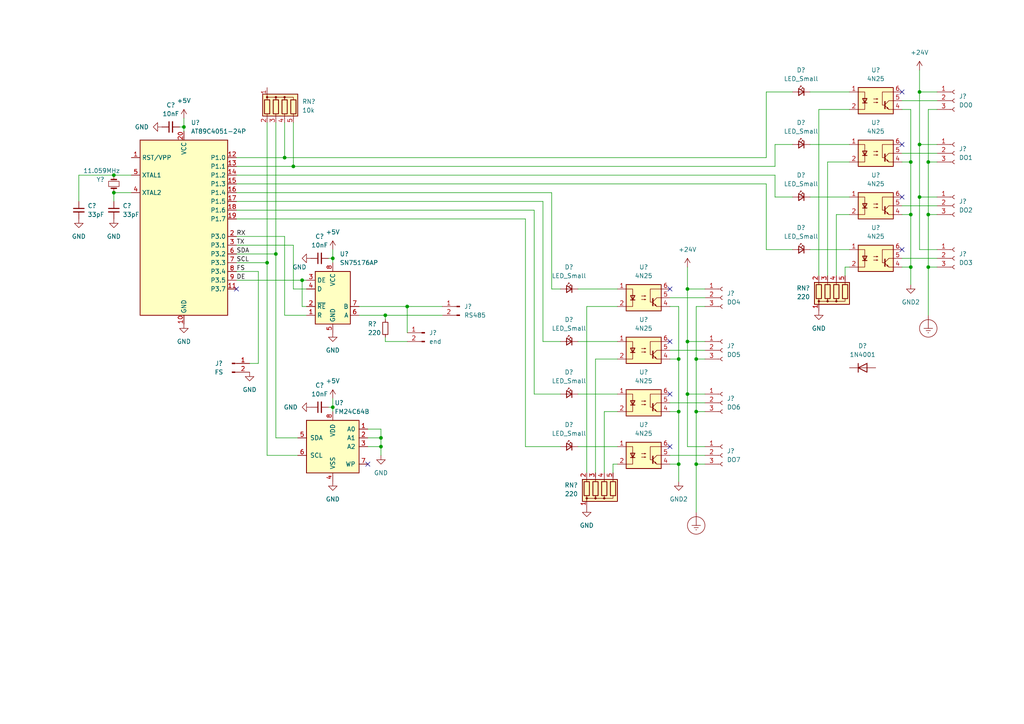
<source format=kicad_sch>
(kicad_sch (version 20211123) (generator eeschema)
  (paper "A4")
  (lib_symbols
    (symbol "Connector:Conn_01x02_Male" (pin_names (offset 1.016) hide)
      (property "Reference" "J" (at 0 2.54 0))
      (property "Value" "Conn_01x02_Male" (at 0 -5.08 0))
      (symbol "Conn_01x02_Male_1_1"
        (polyline (pts (xy 1.27 -2.54) (xy 0.8636 -2.54)) (stroke (width 0.1524)))
        (polyline (pts (xy 1.27 0) (xy 0.8636 0)) (stroke (width 0.1524)))
        (rectangle (start 0.8636 -2.413) (end 0 -2.667) (stroke (width 0.1524)) (fill (type outline)))
        (rectangle (start 0.8636 0.127) (end 0 -0.127) (stroke (width 0.1524)) (fill (type outline)))
        (pin passive line (at 5.08 0 180) (length 3.81) (name "Pin_1") (number "1"))
        (pin passive line (at 5.08 -2.54 180) (length 3.81) (name "Pin_2") (number "2"))
      )
    )
    (symbol "Connector:Conn_01x03_Female" (pin_names (offset 1.016) hide)
      (property "Reference" "J" (at 0 5.08 0))
      (property "Value" "Conn_01x03_Female" (at 0 -5.08 0))
      (symbol "Conn_01x03_Female_1_1"
        (arc (start 0 -2.032) (mid -0.508 -2.54) (end 0 -3.048) (stroke (width 0.1524)))
        (polyline (pts (xy -1.27 -2.54) (xy -0.508 -2.54)) (stroke (width 0.1524)))
        (polyline (pts (xy -1.27 0) (xy -0.508 0)) (stroke (width 0.1524)))
        (polyline (pts (xy -1.27 2.54) (xy -0.508 2.54)) (stroke (width 0.1524)))
        (arc (start 0 0.508) (mid -0.508 0) (end 0 -0.508) (stroke (width 0.1524)))
        (arc (start 0 3.048) (mid -0.508 2.54) (end 0 2.032) (stroke (width 0.1524)))
        (pin passive line (at -5.08 2.54 0) (length 3.81) (name "Pin_1") (number "1"))
        (pin passive line (at -5.08 0 0) (length 3.81) (name "Pin_2") (number "2"))
        (pin passive line (at -5.08 -2.54 0) (length 3.81) (name "Pin_3") (number "3"))
      )
    )
    (symbol "Device:C_Small" (pin_numbers hide) (pin_names (offset 0.254) hide)
      (property "Reference" "C" (at 0.254 1.778 0))
      (property "Value" "C_Small" (at 0.254 -2.032 0))
      (symbol "C_Small_0_1"
        (polyline (pts (xy -1.524 -0.508) (xy 1.524 -0.508)) (stroke (width 0.3302)))
        (polyline (pts (xy -1.524 0.508) (xy 1.524 0.508)) (stroke (width 0.3048)))
      )
      (symbol "C_Small_1_1"
        (pin passive line (at 0 2.54 270) (length 2.032) (name "~") (number "1"))
        (pin passive line (at 0 -2.54 90) (length 2.032) (name "~") (number "2"))
      )
    )
    (symbol "Device:Crystal_Small" (pin_numbers hide) (pin_names (offset 1.016) hide)
      (property "Reference" "Y" (at 0 2.54 0))
      (property "Value" "Crystal_Small" (at 0 -2.54 0))
      (symbol "Crystal_Small_0_1"
        (rectangle (start -0.762 -1.524) (end 0.762 1.524))
        (polyline (pts (xy -1.27 -0.762) (xy -1.27 0.762)) (stroke (width 0.381)))
        (polyline (pts (xy 1.27 -0.762) (xy 1.27 0.762)) (stroke (width 0.381)))
      )
      (symbol "Crystal_Small_1_1"
        (pin passive line (at -2.54 0 0) (length 1.27) (name "1") (number "1"))
        (pin passive line (at 2.54 0 180) (length 1.27) (name "2") (number "2"))
      )
    )
    (symbol "Device:LED_Small" (pin_numbers hide) (pin_names (offset 0.254) hide)
      (property "Reference" "D" (at -1.27 3.175 0))
      (property "Value" "LED_Small" (at -4.445 -2.54 0))
      (symbol "LED_Small_0_1"
        (polyline (pts (xy -0.762 -1.016) (xy -0.762 1.016)) (stroke (width 0.254)))
        (polyline (pts (xy 1.016 0) (xy -0.762 0)))
        (polyline (pts (xy 0.762 -1.016) (xy -0.762 0) (xy 0.762 1.016) (xy 0.762 -1.016)) (stroke (width 0.254)))
        (polyline (pts (xy 0 0.762) (xy -0.508 1.27) (xy -0.254 1.27) (xy -0.508 1.27) (xy -0.508 1.016)))
        (polyline (pts (xy 0.508 1.27) (xy 0 1.778) (xy 0.254 1.778) (xy 0 1.778) (xy 0 1.524)))
      )
      (symbol "LED_Small_1_1"
        (pin passive line (at -2.54 0 0) (length 1.778) (name "K") (number "1"))
        (pin passive line (at 2.54 0 180) (length 1.778) (name "A") (number "2"))
      )
    )
    (symbol "Device:R_Network04" (pin_names (offset 0) hide)
      (property "Reference" "RN" (at -7.62 0 90))
      (property "Value" "R_Network04" (at 5.08 0 90))
      (symbol "R_Network04_0_1"
        (rectangle (start -6.35 -3.175) (end 3.81 3.175) (stroke (width 0.254)) (fill (type background)))
        (rectangle (start -5.842 1.524) (end -4.318 -2.54) (stroke (width 0.254)))
        (circle (center -5.08 2.286) (radius 0.254) (fill (type outline)))
        (rectangle (start -3.302 1.524) (end -1.778 -2.54) (stroke (width 0.254)))
        (circle (center -2.54 2.286) (radius 0.254) (fill (type outline)))
        (rectangle (start -0.762 1.524) (end 0.762 -2.54) (stroke (width 0.254)))
        (polyline (pts (xy -5.08 -2.54) (xy -5.08 -3.81)))
        (polyline (pts (xy -2.54 -2.54) (xy -2.54 -3.81)))
        (polyline (pts (xy 0 -2.54) (xy 0 -3.81)))
        (polyline (pts (xy 2.54 -2.54) (xy 2.54 -3.81)))
        (polyline (pts (xy -5.08 1.524) (xy -5.08 2.286) (xy -2.54 2.286) (xy -2.54 1.524)))
        (polyline (pts (xy -2.54 1.524) (xy -2.54 2.286) (xy 0 2.286) (xy 0 1.524)))
        (polyline (pts (xy 0 1.524) (xy 0 2.286) (xy 2.54 2.286) (xy 2.54 1.524)))
        (circle (center 0 2.286) (radius 0.254) (fill (type outline)))
        (rectangle (start 1.778 1.524) (end 3.302 -2.54) (stroke (width 0.254)))
      )
      (symbol "R_Network04_1_1"
        (pin passive line (at -5.08 5.08 270) (length 2.54) (name "common") (number "1"))
        (pin passive line (at -5.08 -5.08 90) (length 1.27) (name "R1") (number "2"))
        (pin passive line (at -2.54 -5.08 90) (length 1.27) (name "R2") (number "3"))
        (pin passive line (at 0 -5.08 90) (length 1.27) (name "R3") (number "4"))
        (pin passive line (at 2.54 -5.08 90) (length 1.27) (name "R4") (number "5"))
      )
    )
    (symbol "Device:R_Small" (pin_numbers hide) (pin_names (offset 0.254) hide)
      (property "Reference" "R" (at 0.762 0.508 0))
      (property "Value" "R_Small" (at 0.762 -1.016 0))
      (symbol "R_Small_0_1"
        (rectangle (start -0.762 1.778) (end 0.762 -1.778) (stroke (width 0.2032)))
      )
      (symbol "R_Small_1_1"
        (pin passive line (at 0 2.54 270) (length 0.762) (name "~") (number "1"))
        (pin passive line (at 0 -2.54 90) (length 0.762) (name "~") (number "2"))
      )
    )
    (symbol "Diode:1N4001" (pin_numbers hide) (pin_names (offset 1.016) hide)
      (property "Reference" "D" (at 0 2.54 0))
      (property "Value" "1N4001" (at 0 -2.54 0))
      (symbol "1N4001_0_1"
        (polyline (pts (xy -1.27 1.27) (xy -1.27 -1.27)) (stroke (width 0.254)))
        (polyline (pts (xy 1.27 0) (xy -1.27 0)))
        (polyline (pts (xy 1.27 1.27) (xy 1.27 -1.27) (xy -1.27 0) (xy 1.27 1.27)) (stroke (width 0.254)))
      )
      (symbol "1N4001_1_1"
        (pin passive line (at -3.81 0 0) (length 2.54) (name "K") (number "1"))
        (pin passive line (at 3.81 0 180) (length 2.54) (name "A") (number "2"))
      )
    )
    (symbol "Interface_UART:SN75176AP"
      (property "Reference" "U" (at -4.318 8.89 0))
      (property "Value" "SN75176AP" (at 1.016 8.89 0))
      (symbol "SN75176AP_0_1"
        (rectangle (start -5.08 7.62) (end 5.08 -7.62) (stroke (width 0.254)) (fill (type background)))
      )
      (symbol "SN75176AP_1_1"
        (pin output line (at -7.62 -5.08 0) (length 2.54) (name "R") (number "1"))
        (pin input line (at -7.62 -2.54 0) (length 2.54) (name "~{RE}") (number "2"))
        (pin input line (at -7.62 5.08 0) (length 2.54) (name "DE") (number "3"))
        (pin input line (at -7.62 2.54 0) (length 2.54) (name "D") (number "4"))
        (pin power_in line (at 0 -10.16 90) (length 2.54) (name "GND") (number "5"))
        (pin bidirectional line (at 7.62 -5.08 180) (length 2.54) (name "A") (number "6"))
        (pin bidirectional line (at 7.62 -2.54 180) (length 2.54) (name "B") (number "7"))
        (pin power_in line (at 0 10.16 270) (length 2.54) (name "VCC") (number "8"))
      )
    )
    (symbol "Isolator:4N25" (pin_names (offset 1.016))
      (property "Reference" "U" (at -5.08 5.08 0))
      (property "Value" "4N25" (at 0 5.08 0))
      (symbol "4N25_0_1"
        (rectangle (start -5.08 3.81) (end 5.08 -3.81) (stroke (width 0.254)) (fill (type background)))
        (polyline (pts (xy -3.81 -0.635) (xy -2.54 -0.635)) (stroke (width 0.254)))
        (polyline (pts (xy 2.667 -1.397) (xy 3.81 -2.54)))
        (polyline (pts (xy 2.667 -1.143) (xy 3.81 0)))
        (polyline (pts (xy 3.81 -2.54) (xy 5.08 -2.54)))
        (polyline (pts (xy 3.81 0) (xy 5.08 0)))
        (polyline (pts (xy 2.667 -0.254) (xy 2.667 -2.286) (xy 2.667 -2.286)) (stroke (width 0.3556)))
        (polyline (pts (xy -5.08 -2.54) (xy -3.175 -2.54) (xy -3.175 2.54) (xy -5.08 2.54)))
        (polyline (pts (xy -3.175 -0.635) (xy -3.81 0.635) (xy -2.54 0.635) (xy -3.175 -0.635)) (stroke (width 0.254)))
        (polyline (pts (xy 3.683 -2.413) (xy 3.429 -1.905) (xy 3.175 -2.159) (xy 3.683 -2.413)))
        (polyline (pts (xy 5.08 2.54) (xy 1.905 2.54) (xy 1.905 -1.27) (xy 2.54 -1.27)))
        (polyline (pts (xy -0.635 -0.508) (xy 0.635 -0.508) (xy 0.254 -0.635) (xy 0.254 -0.381) (xy 0.635 -0.508)))
        (polyline (pts (xy -0.635 0.508) (xy 0.635 0.508) (xy 0.254 0.381) (xy 0.254 0.635) (xy 0.635 0.508)))
      )
      (symbol "4N25_1_1"
        (pin passive line (at -7.62 2.54 0) (length 2.54) (name "~") (number "1"))
        (pin passive line (at -7.62 -2.54 0) (length 2.54) (name "~") (number "2"))
        (pin no_connect line (at -5.08 0 0) (length 2.54) hide (name "NC") (number "3"))
        (pin passive line (at 7.62 -2.54 180) (length 2.54) (name "~") (number "4"))
        (pin passive line (at 7.62 0 180) (length 2.54) (name "~") (number "5"))
        (pin passive line (at 7.62 2.54 180) (length 2.54) (name "~") (number "6"))
      )
    )
    (symbol "MCU_Microchip_8051:AT89C4051-24P"
      (property "Reference" "U" (at -12.7 26.67 0))
      (property "Value" "AT89C4051-24P" (at 2.54 -26.67 0))
      (symbol "AT89C4051-24P_0_1"
        (rectangle (start -12.7 -25.4) (end 12.7 25.4) (stroke (width 0.254)) (fill (type background)))
      )
      (symbol "AT89C4051-24P_1_1"
        (pin input line (at -15.24 20.32 0) (length 2.54) (name "RST/VPP") (number "1"))
        (pin power_in line (at 0 -27.94 90) (length 2.54) (name "GND") (number "10"))
        (pin bidirectional line (at 15.24 -17.78 180) (length 2.54) (name "P3.7") (number "11"))
        (pin bidirectional line (at 15.24 20.32 180) (length 2.54) (name "P1.0") (number "12"))
        (pin bidirectional line (at 15.24 17.78 180) (length 2.54) (name "P1.1") (number "13"))
        (pin bidirectional line (at 15.24 15.24 180) (length 2.54) (name "P1.2") (number "14"))
        (pin bidirectional line (at 15.24 12.7 180) (length 2.54) (name "P1.3") (number "15"))
        (pin bidirectional line (at 15.24 10.16 180) (length 2.54) (name "P1.4") (number "16"))
        (pin bidirectional line (at 15.24 7.62 180) (length 2.54) (name "P1.5") (number "17"))
        (pin bidirectional line (at 15.24 5.08 180) (length 2.54) (name "P1.6") (number "18"))
        (pin bidirectional line (at 15.24 2.54 180) (length 2.54) (name "P1.7") (number "19"))
        (pin bidirectional line (at 15.24 -2.54 180) (length 2.54) (name "P3.0") (number "2"))
        (pin power_in line (at 0 27.94 270) (length 2.54) (name "VCC") (number "20"))
        (pin bidirectional line (at 15.24 -5.08 180) (length 2.54) (name "P3.1") (number "3"))
        (pin output line (at -15.24 10.16 0) (length 2.54) (name "XTAL2") (number "4"))
        (pin input line (at -15.24 15.24 0) (length 2.54) (name "XTAL1") (number "5"))
        (pin bidirectional line (at 15.24 -7.62 180) (length 2.54) (name "P3.2") (number "6"))
        (pin bidirectional line (at 15.24 -10.16 180) (length 2.54) (name "P3.3") (number "7"))
        (pin bidirectional line (at 15.24 -12.7 180) (length 2.54) (name "P3.4") (number "8"))
        (pin bidirectional line (at 15.24 -15.24 180) (length 2.54) (name "P3.5") (number "9"))
      )
    )
    (symbol "Memory_NVRAM:FM24C64B" (pin_names (offset 1.016))
      (property "Reference" "U" (at -5.08 8.89 0))
      (property "Value" "FM24C64B" (at 6.35 -8.89 0))
      (symbol "FM24C64B_0_1"
        (rectangle (start -7.62 7.62) (end 7.62 -7.62) (stroke (width 0.254)) (fill (type background)))
      )
      (symbol "FM24C64B_1_1"
        (pin input line (at -10.16 5.08 0) (length 2.54) (name "A0") (number "1"))
        (pin input line (at -10.16 2.54 0) (length 2.54) (name "A1") (number "2"))
        (pin input line (at -10.16 0 0) (length 2.54) (name "A2") (number "3"))
        (pin power_in line (at 0 -10.16 90) (length 2.54) (name "VSS") (number "4"))
        (pin bidirectional line (at 10.16 2.54 180) (length 2.54) (name "SDA") (number "5"))
        (pin input line (at 10.16 -2.54 180) (length 2.54) (name "SCL") (number "6"))
        (pin input line (at -10.16 -5.08 0) (length 2.54) (name "WP") (number "7"))
        (pin power_in line (at 0 10.16 270) (length 2.54) (name "VDD") (number "8"))
      )
    )
    (symbol "power:+24V" (power) (pin_names (offset 0))
      (property "Value" "+24V" (at 0 3.556 0))
      (symbol "+24V_0_1"
        (polyline (pts (xy -0.762 1.27) (xy 0 2.54)))
        (polyline (pts (xy 0 0) (xy 0 2.54)))
        (polyline (pts (xy 0 2.54) (xy 0.762 1.27)))
      )
      (symbol "+24V_1_1"
        (pin power_in line (at 0 0 90) (length 0) hide (name "+24V") (number "1"))
      )
    )
    (symbol "power:+5V" (power) (pin_names (offset 0))
      (property "Value" "+5V" (at 0 3.556 0))
      (symbol "+5V_0_1"
        (polyline (pts (xy -0.762 1.27) (xy 0 2.54)))
        (polyline (pts (xy 0 0) (xy 0 2.54)))
        (polyline (pts (xy 0 2.54) (xy 0.762 1.27)))
      )
      (symbol "+5V_1_1"
        (pin power_in line (at 0 0 90) (length 0) hide (name "+5V") (number "1"))
      )
    )
    (symbol "power:Earth_Protective" (power) (pin_names (offset 0))
      (symbol "Earth_Protective_0_1"
        (circle (center 0 -3.81) (radius 2.54))
        (polyline (pts (xy -0.635 -4.445) (xy 0.635 -4.445)))
        (polyline (pts (xy -0.127 -5.08) (xy 0.127 -5.08)))
        (polyline (pts (xy 0 -3.81) (xy 0 0)))
        (polyline (pts (xy 1.27 -3.81) (xy -1.27 -3.81)))
      )
      (symbol "Earth_Protective_1_1"
        (pin power_in line (at 0 0 270) (length 0) hide (name "Earth_Protective") (number "1"))
      )
    )
    (symbol "power:GND" (power) (pin_names (offset 0))
      (property "Value" "GND" (at 0 -3.81 0))
      (symbol "GND_0_1"
        (polyline (pts (xy 0 0) (xy 0 -1.27) (xy 1.27 -1.27) (xy 0 -2.54) (xy -1.27 -1.27) (xy 0 -1.27)))
      )
      (symbol "GND_1_1"
        (pin power_in line (at 0 0 270) (length 0) hide (name "GND") (number "1"))
      )
    )
    (symbol "power:GND2" (power) (pin_names (offset 0))
      (property "Value" "GND2" (at 0 -3.81 0))
      (symbol "GND2_0_1"
        (polyline (pts (xy 0 0) (xy 0 -1.27) (xy 1.27 -1.27) (xy 0 -2.54) (xy -1.27 -1.27) (xy 0 -1.27)))
      )
      (symbol "GND2_1_1"
        (pin power_in line (at 0 0 270) (length 0) hide (name "GND2") (number "1"))
      )
    )
  )
  (junction (at 33.02 50.8))
  (junction (at 266.7 41.91))
  (junction (at 269.24 77.47))
  (junction (at 266.7 57.15))
  (junction (at 196.85 119.38))
  (junction (at 201.93 134.62))
  (junction (at 264.16 62.23))
  (junction (at 118.11 88.9))
  (junction (at 110.49 127))
  (junction (at 96.52 118.11))
  (junction (at 199.39 83.82))
  (junction (at 201.93 104.14))
  (junction (at 111.76 91.44))
  (junction (at 196.85 104.14))
  (junction (at 199.39 99.06))
  (junction (at 53.34 36.83))
  (junction (at 33.02 55.88))
  (junction (at 80.01 73.66))
  (junction (at 199.39 114.3))
  (junction (at 264.16 46.99))
  (junction (at 85.09 48.26))
  (junction (at 96.52 74.93))
  (junction (at 201.93 119.38))
  (junction (at 196.85 134.62))
  (junction (at 77.47 76.2))
  (junction (at 266.7 26.67))
  (junction (at 87.63 81.28))
  (junction (at 110.49 129.54))
  (junction (at 82.55 45.72))
  (junction (at 264.16 77.47))
  (junction (at 269.24 46.99))
  (junction (at 269.24 62.23))
  (no_connect (at 194.31 83.82))
  (no_connect (at 194.31 129.54))
  (no_connect (at 194.31 99.06))
  (no_connect (at 261.62 26.67))
  (no_connect (at 261.62 72.39))
  (no_connect (at 194.31 114.3))
  (no_connect (at 106.68 134.62))
  (no_connect (at 68.58 83.82))
  (no_connect (at 261.62 41.91))
  (no_connect (at 261.62 57.15))
  (wire (pts (xy 201.93 88.9) (xy 201.93 104.14)))
  (wire (pts (xy 52.07 36.83) (xy 53.34 36.83)))
  (wire (pts (xy 77.47 35.56) (xy 77.47 76.2)))
  (wire (pts (xy 266.7 41.91) (xy 266.7 57.15)))
  (wire (pts (xy 118.11 88.9) (xy 118.11 96.52)))
  (wire (pts (xy 222.25 53.34) (xy 222.25 72.39)))
  (wire (pts (xy 201.93 119.38) (xy 204.47 119.38)))
  (wire (pts (xy 201.93 134.62) (xy 201.93 148.59)))
  (wire (pts (xy 157.48 99.06) (xy 162.56 99.06)))
  (wire (pts (xy 269.24 62.23) (xy 271.78 62.23)))
  (wire (pts (xy 154.94 114.3) (xy 162.56 114.3)))
  (wire (pts (xy 111.76 91.44) (xy 128.27 91.44)))
  (wire (pts (xy 160.02 55.88) (xy 160.02 83.82)))
  (wire (pts (xy 261.62 46.99) (xy 264.16 46.99)))
  (wire (pts (xy 269.24 46.99) (xy 271.78 46.99)))
  (wire (pts (xy 33.02 55.88) (xy 38.1 55.88)))
  (wire (pts (xy 167.64 129.54) (xy 179.07 129.54)))
  (wire (pts (xy 110.49 124.46) (xy 110.49 127)))
  (wire (pts (xy 53.34 34.29) (xy 53.34 36.83)))
  (wire (pts (xy 85.09 71.12) (xy 68.58 71.12)))
  (wire (pts (xy 85.09 71.12) (xy 85.09 83.82)))
  (wire (pts (xy 53.34 36.83) (xy 53.34 38.1)))
  (wire (pts (xy 199.39 114.3) (xy 199.39 129.54)))
  (wire (pts (xy 201.93 134.62) (xy 204.47 134.62)))
  (wire (pts (xy 196.85 88.9) (xy 196.85 104.14)))
  (wire (pts (xy 95.25 74.93) (xy 96.52 74.93)))
  (wire (pts (xy 96.52 72.39) (xy 96.52 74.93)))
  (wire (pts (xy 96.52 74.93) (xy 96.52 76.2)))
  (wire (pts (xy 234.95 41.91) (xy 246.38 41.91)))
  (wire (pts (xy 167.64 99.06) (xy 179.07 99.06)))
  (wire (pts (xy 264.16 77.47) (xy 264.16 82.55)))
  (wire (pts (xy 68.58 76.2) (xy 77.47 76.2)))
  (wire (pts (xy 269.24 46.99) (xy 269.24 62.23)))
  (wire (pts (xy 194.31 132.08) (xy 204.47 132.08)))
  (wire (pts (xy 106.68 124.46) (xy 110.49 124.46)))
  (wire (pts (xy 201.93 104.14) (xy 201.93 119.38)))
  (wire (pts (xy 199.39 99.06) (xy 199.39 114.3)))
  (wire (pts (xy 266.7 41.91) (xy 271.78 41.91)))
  (wire (pts (xy 266.7 26.67) (xy 266.7 41.91)))
  (wire (pts (xy 222.25 26.67) (xy 229.87 26.67)))
  (wire (pts (xy 246.38 62.23) (xy 242.57 62.23)))
  (wire (pts (xy 111.76 99.06) (xy 111.76 97.79)))
  (wire (pts (xy 85.09 83.82) (xy 88.9 83.82)))
  (wire (pts (xy 266.7 72.39) (xy 271.78 72.39)))
  (wire (pts (xy 179.07 88.9) (xy 170.18 88.9)))
  (wire (pts (xy 106.68 129.54) (xy 110.49 129.54)))
  (wire (pts (xy 224.79 41.91) (xy 229.87 41.91)))
  (wire (pts (xy 194.31 119.38) (xy 196.85 119.38)))
  (wire (pts (xy 222.25 45.72) (xy 222.25 26.67)))
  (wire (pts (xy 74.93 105.41) (xy 72.39 105.41)))
  (wire (pts (xy 68.58 55.88) (xy 160.02 55.88)))
  (wire (pts (xy 194.31 116.84) (xy 204.47 116.84)))
  (wire (pts (xy 167.64 114.3) (xy 179.07 114.3)))
  (wire (pts (xy 87.63 81.28) (xy 87.63 88.9)))
  (wire (pts (xy 68.58 50.8) (xy 224.79 50.8)))
  (wire (pts (xy 96.52 115.57) (xy 96.52 118.11)))
  (wire (pts (xy 234.95 72.39) (xy 246.38 72.39)))
  (wire (pts (xy 179.07 119.38) (xy 175.26 119.38)))
  (wire (pts (xy 199.39 77.47) (xy 199.39 83.82)))
  (wire (pts (xy 224.79 48.26) (xy 224.79 41.91)))
  (wire (pts (xy 196.85 119.38) (xy 196.85 134.62)))
  (wire (pts (xy 33.02 50.8) (xy 38.1 50.8)))
  (wire (pts (xy 261.62 29.21) (xy 271.78 29.21)))
  (wire (pts (xy 194.31 104.14) (xy 196.85 104.14)))
  (wire (pts (xy 80.01 127) (xy 86.36 127)))
  (wire (pts (xy 194.31 101.6) (xy 204.47 101.6)))
  (wire (pts (xy 199.39 99.06) (xy 204.47 99.06)))
  (wire (pts (xy 82.55 45.72) (xy 222.25 45.72)))
  (wire (pts (xy 85.09 48.26) (xy 85.09 35.56)))
  (wire (pts (xy 77.47 132.08) (xy 86.36 132.08)))
  (wire (pts (xy 179.07 134.62) (xy 177.8 134.62)))
  (wire (pts (xy 74.93 78.74) (xy 74.93 105.41)))
  (wire (pts (xy 201.93 119.38) (xy 201.93 134.62)))
  (wire (pts (xy 110.49 127) (xy 110.49 129.54)))
  (wire (pts (xy 261.62 59.69) (xy 271.78 59.69)))
  (wire (pts (xy 224.79 50.8) (xy 224.79 57.15)))
  (wire (pts (xy 194.31 134.62) (xy 196.85 134.62)))
  (wire (pts (xy 266.7 26.67) (xy 271.78 26.67)))
  (wire (pts (xy 157.48 58.42) (xy 157.48 99.06)))
  (wire (pts (xy 199.39 83.82) (xy 199.39 99.06)))
  (wire (pts (xy 82.55 91.44) (xy 88.9 91.44)))
  (wire (pts (xy 222.25 72.39) (xy 229.87 72.39)))
  (wire (pts (xy 96.52 118.11) (xy 96.52 119.38)))
  (wire (pts (xy 194.31 86.36) (xy 204.47 86.36)))
  (wire (pts (xy 261.62 74.93) (xy 271.78 74.93)))
  (wire (pts (xy 261.62 44.45) (xy 271.78 44.45)))
  (wire (pts (xy 162.56 129.54) (xy 152.4 129.54)))
  (wire (pts (xy 172.72 104.14) (xy 172.72 137.16)))
  (wire (pts (xy 201.93 104.14) (xy 204.47 104.14)))
  (wire (pts (xy 246.38 31.75) (xy 237.49 31.75)))
  (wire (pts (xy 264.16 62.23) (xy 264.16 77.47)))
  (wire (pts (xy 199.39 129.54) (xy 204.47 129.54)))
  (wire (pts (xy 167.64 83.82) (xy 179.07 83.82)))
  (wire (pts (xy 261.62 31.75) (xy 264.16 31.75)))
  (wire (pts (xy 87.63 88.9) (xy 88.9 88.9)))
  (wire (pts (xy 110.49 129.54) (xy 110.49 132.08)))
  (wire (pts (xy 245.11 77.47) (xy 245.11 80.01)))
  (wire (pts (xy 264.16 46.99) (xy 264.16 62.23)))
  (wire (pts (xy 33.02 55.88) (xy 33.02 58.42)))
  (wire (pts (xy 196.85 134.62) (xy 196.85 139.7)))
  (wire (pts (xy 179.07 104.14) (xy 172.72 104.14)))
  (wire (pts (xy 269.24 77.47) (xy 269.24 91.44)))
  (wire (pts (xy 261.62 77.47) (xy 264.16 77.47)))
  (wire (pts (xy 204.47 88.9) (xy 201.93 88.9)))
  (wire (pts (xy 269.24 31.75) (xy 269.24 46.99)))
  (wire (pts (xy 261.62 62.23) (xy 264.16 62.23)))
  (wire (pts (xy 199.39 83.82) (xy 204.47 83.82)))
  (wire (pts (xy 118.11 99.06) (xy 111.76 99.06)))
  (wire (pts (xy 266.7 57.15) (xy 266.7 72.39)))
  (wire (pts (xy 269.24 62.23) (xy 269.24 77.47)))
  (wire (pts (xy 175.26 119.38) (xy 175.26 137.16)))
  (wire (pts (xy 68.58 78.74) (xy 74.93 78.74)))
  (wire (pts (xy 85.09 48.26) (xy 224.79 48.26)))
  (wire (pts (xy 68.58 53.34) (xy 222.25 53.34)))
  (wire (pts (xy 199.39 114.3) (xy 204.47 114.3)))
  (wire (pts (xy 77.47 76.2) (xy 77.47 132.08)))
  (wire (pts (xy 68.58 48.26) (xy 85.09 48.26)))
  (wire (pts (xy 194.31 88.9) (xy 196.85 88.9)))
  (wire (pts (xy 82.55 45.72) (xy 82.55 35.56)))
  (wire (pts (xy 264.16 31.75) (xy 264.16 46.99)))
  (wire (pts (xy 266.7 57.15) (xy 271.78 57.15)))
  (wire (pts (xy 266.7 20.32) (xy 266.7 26.67)))
  (wire (pts (xy 111.76 91.44) (xy 111.76 92.71)))
  (wire (pts (xy 269.24 77.47) (xy 271.78 77.47)))
  (wire (pts (xy 246.38 77.47) (xy 245.11 77.47)))
  (wire (pts (xy 68.58 63.5) (xy 152.4 63.5)))
  (wire (pts (xy 88.9 81.28) (xy 87.63 81.28)))
  (wire (pts (xy 80.01 35.56) (xy 80.01 73.66)))
  (wire (pts (xy 82.55 68.58) (xy 82.55 91.44)))
  (wire (pts (xy 22.86 50.8) (xy 22.86 58.42)))
  (wire (pts (xy 22.86 50.8) (xy 33.02 50.8)))
  (wire (pts (xy 106.68 127) (xy 110.49 127)))
  (wire (pts (xy 68.58 81.28) (xy 87.63 81.28)))
  (wire (pts (xy 242.57 62.23) (xy 242.57 80.01)))
  (wire (pts (xy 82.55 68.58) (xy 68.58 68.58)))
  (wire (pts (xy 104.14 88.9) (xy 118.11 88.9)))
  (wire (pts (xy 68.58 45.72) (xy 82.55 45.72)))
  (wire (pts (xy 177.8 134.62) (xy 177.8 137.16)))
  (wire (pts (xy 68.58 73.66) (xy 80.01 73.66)))
  (wire (pts (xy 234.95 57.15) (xy 246.38 57.15)))
  (wire (pts (xy 196.85 104.14) (xy 196.85 119.38)))
  (wire (pts (xy 170.18 88.9) (xy 170.18 137.16)))
  (wire (pts (xy 154.94 60.96) (xy 154.94 114.3)))
  (wire (pts (xy 95.25 118.11) (xy 96.52 118.11)))
  (wire (pts (xy 234.95 26.67) (xy 246.38 26.67)))
  (wire (pts (xy 237.49 31.75) (xy 237.49 80.01)))
  (wire (pts (xy 68.58 60.96) (xy 154.94 60.96)))
  (wire (pts (xy 80.01 73.66) (xy 80.01 127)))
  (wire (pts (xy 240.03 46.99) (xy 240.03 80.01)))
  (wire (pts (xy 224.79 57.15) (xy 229.87 57.15)))
  (wire (pts (xy 118.11 88.9) (xy 128.27 88.9)))
  (wire (pts (xy 104.14 91.44) (xy 111.76 91.44)))
  (wire (pts (xy 246.38 46.99) (xy 240.03 46.99)))
  (wire (pts (xy 271.78 31.75) (xy 269.24 31.75)))
  (wire (pts (xy 68.58 58.42) (xy 157.48 58.42)))
  (wire (pts (xy 152.4 63.5) (xy 152.4 129.54)))
  (wire (pts (xy 160.02 83.82) (xy 162.56 83.82)))
  (label "FS" (at 68.58 78.74 0))
  (label "SDA" (at 68.58 73.66 0))
  (label "TX" (at 68.58 71.12 0))
  (label "RX" (at 68.58 68.58 0))
  (label "DE" (at 68.58 81.28 0))
  (label "SCL" (at 68.58 76.2 0))
  (symbol (lib_id "power:GND") (at 110.49 132.08 0) (unit 1)
    (property "Reference" "#PWR?" (effects hide))
    (property "Value" "GND" (at 110.49 137.16 0))
  )
  (symbol (lib_id "Connector:Conn_01x03_Female") (at 276.86 44.45 0) (unit 1)
    (property "Reference" "J?" (at 278.13 43.1799 0) (effects (justify left)))
    (property "Value" "DO1" (at 278.13 45.7199 0) (effects (justify left)))
  )
  (symbol (lib_id "power:GND") (at 90.17 74.93 270) (unit 1)
    (property "Reference" "#PWR?" (effects hide))
    (property "Value" "GND" (at 88.9 77.47 90) (effects (justify right)))
  )
  (symbol (lib_id "power:GND") (at 170.18 147.32 0) (unit 1)
    (property "Reference" "#PWR?" (effects hide))
    (property "Value" "GND" (at 170.18 152.4 0))
  )
  (symbol (lib_id "Device:LED_Small") (at 232.41 72.39 0) (mirror y) (unit 1)
    (property "Reference" "D?" (at 232.3465 66.04 0))
    (property "Value" "LED_Small" (at 232.3465 68.58 0))
  )
  (symbol (lib_id "Connector:Conn_01x03_Female") (at 209.55 116.84 0) (unit 1)
    (property "Reference" "J?" (at 210.82 115.5699 0) (effects (justify left)))
    (property "Value" "DO6" (at 210.82 118.1099 0) (effects (justify left)))
  )
  (symbol (lib_id "Connector:Conn_01x03_Female") (at 276.86 74.93 0) (unit 1)
    (property "Reference" "J?" (at 278.13 73.6599 0) (effects (justify left)))
    (property "Value" "DO3" (at 278.13 76.1999 0) (effects (justify left)))
  )
  (symbol (lib_id "Connector:Conn_01x02_Male") (at 133.35 88.9 0) (mirror y) (unit 1)
    (property "Reference" "J?" (at 134.62 88.8999 0) (effects (justify right)))
    (property "Value" "RS485" (at 134.62 91.4399 0) (effects (justify right)))
  )
  (symbol (lib_id "Interface_UART:SN75176AP") (at 96.52 86.36 0) (unit 1)
    (property "Reference" "U?" (at 98.5394 73.66 0) (effects (justify left)))
    (property "Value" "SN75176AP" (at 98.5394 76.2 0) (effects (justify left)))
    (property "Footprint" "Package_DIP:DIP-8_W7.62mm" (effects hide))
    (property "Datasheet" "http://www.ti.com/lit/ds/symlink/sn75176a.pdf" (effects hide))
  )
  (symbol (lib_id "Isolator:4N25") (at 186.69 132.08 0) (unit 1)
    (property "Reference" "U?" (at 186.69 123.19 0))
    (property "Value" "4N25" (at 186.69 125.73 0))
    (property "Footprint" "Package_DIP:DIP-6_W7.62mm" (effects hide))
    (property "Datasheet" "https://www.vishay.com/docs/83725/4n25.pdf" (effects hide))
  )
  (symbol (lib_id "power:GND") (at 33.02 63.5 0) (unit 1)
    (property "Reference" "#PWR?" (effects hide))
    (property "Value" "GND" (at 33.02 68.58 0))
  )
  (symbol (lib_id "Connector:Conn_01x03_Female") (at 209.55 132.08 0) (unit 1)
    (property "Reference" "J?" (at 210.82 130.8099 0) (effects (justify left)))
    (property "Value" "DO7" (at 210.82 133.3499 0) (effects (justify left)))
  )
  (symbol (lib_id "power:GND") (at 90.17 118.11 270) (unit 1)
    (property "Reference" "#PWR?" (effects hide))
    (property "Value" "GND" (at 86.36 118.1099 90) (effects (justify right)))
  )
  (symbol (lib_id "Device:C_Small") (at 92.71 118.11 90) (unit 1)
    (property "Reference" "C?" (at 92.7163 111.76 90))
    (property "Value" "10nF" (at 92.7163 114.3 90))
  )
  (symbol (lib_id "power:+24V") (at 266.7 20.32 0) (unit 1)
    (property "Reference" "#PWR?" (effects hide))
    (property "Value" "+24V" (at 266.7 15.24 0))
  )
  (symbol (lib_id "Connector:Conn_01x02_Male") (at 123.19 96.52 0) (mirror y) (unit 1)
    (property "Reference" "J?" (at 124.46 96.5199 0) (effects (justify right)))
    (property "Value" "end" (at 124.46 99.0599 0) (effects (justify right)))
  )
  (symbol (lib_id "Connector:Conn_01x02_Male") (at 67.31 105.41 0) (unit 1)
    (property "Reference" "J?" (at 63.5 105.41 0))
    (property "Value" "FS" (at 63.5 107.95 0))
  )
  (symbol (lib_id "power:+5V") (at 96.52 72.39 0) (unit 1)
    (property "Reference" "#PWR?" (effects hide))
    (property "Value" "+5V" (at 96.52 67.31 0))
  )
  (symbol (lib_id "Device:R_Network04") (at 175.26 142.24 0) (mirror x) (unit 1)
    (property "Reference" "RN?" (at 167.64 140.7159 0) (effects (justify right)))
    (property "Value" "220" (at 167.64 143.2559 0) (effects (justify right)))
    (property "Footprint" "Resistor_THT:R_Array_SIP5" (effects hide))
    (property "Datasheet" "http://www.vishay.com/docs/31509/csc.pdf" (effects hide))
  )
  (symbol (lib_id "Device:R_Small") (at 111.76 95.25 0) (unit 1)
    (property "Reference" "R?" (at 106.68 93.98 0) (effects (justify left)))
    (property "Value" "220" (at 106.68 96.52 0) (effects (justify left)))
  )
  (symbol (lib_id "power:+5V") (at 53.34 34.29 0) (unit 1)
    (property "Reference" "#PWR?" (effects hide))
    (property "Value" "+5V" (at 53.34 29.21 0))
  )
  (symbol (lib_id "Device:LED_Small") (at 165.1 83.82 0) (mirror y) (unit 1)
    (property "Reference" "D?" (at 165.0365 77.47 0))
    (property "Value" "LED_Small" (at 165.0365 80.01 0))
  )
  (symbol (lib_id "Device:LED_Small") (at 165.1 129.54 0) (mirror y) (unit 1)
    (property "Reference" "D?" (at 165.0365 123.19 0))
    (property "Value" "LED_Small" (at 165.0365 125.73 0))
  )
  (symbol (lib_id "power:GND") (at 22.86 63.5 0) (unit 1)
    (property "Reference" "#PWR?" (effects hide))
    (property "Value" "GND" (at 22.86 68.58 0))
  )
  (symbol (lib_id "Device:LED_Small") (at 232.41 26.67 0) (mirror y) (unit 1)
    (property "Reference" "D?" (at 232.3465 20.32 0))
    (property "Value" "LED_Small" (at 232.3465 22.86 0))
  )
  (symbol (lib_id "power:Earth_Protective") (at 201.93 148.59 0) (unit 1)
    (property "Reference" "#PWR?" (effects hide))
    (property "Value" "Earth_Protective" (effects hide))
  )
  (symbol (lib_id "Device:C_Small") (at 33.02 60.96 0) (unit 1)
    (property "Reference" "C?" (at 35.56 59.6962 0) (effects (justify left)))
    (property "Value" "33pF" (at 35.56 62.2362 0) (effects (justify left)))
  )
  (symbol (lib_id "Memory_NVRAM:FM24C64B") (at 96.52 129.54 0) (mirror y) (unit 1)
    (property "Reference" "U?" (at 97.0406 116.84 0) (effects (justify right)))
    (property "Value" "FM24C64B" (at 97.0406 119.38 0) (effects (justify right)))
    (property "Footprint" "Package_SO:SOIC-8_3.9x4.9mm_P1.27mm" (effects hide))
    (property "Datasheet" "http://www.cypress.com/file/41651/download" (effects hide))
  )
  (symbol (lib_id "power:GND") (at 96.52 96.52 0) (unit 1)
    (property "Reference" "#PWR?" (effects hide))
    (property "Value" "GND" (at 96.52 101.6 0))
  )
  (symbol (lib_id "power:GND") (at 72.39 107.95 0) (unit 1)
    (property "Reference" "#PWR?" (effects hide))
    (property "Value" "GND" (at 72.39 113.03 0))
  )
  (symbol (lib_id "Connector:Conn_01x03_Female") (at 209.55 101.6 0) (unit 1)
    (property "Reference" "J?" (at 210.82 100.3299 0) (effects (justify left)))
    (property "Value" "DO5" (at 210.82 102.8699 0) (effects (justify left)))
  )
  (symbol (lib_id "Isolator:4N25") (at 186.69 116.84 0) (unit 1)
    (property "Reference" "U?" (at 186.69 107.95 0))
    (property "Value" "4N25" (at 186.69 110.49 0))
    (property "Footprint" "Package_DIP:DIP-6_W7.62mm" (effects hide))
    (property "Datasheet" "https://www.vishay.com/docs/83725/4n25.pdf" (effects hide))
  )
  (symbol (lib_id "Device:C_Small") (at 49.53 36.83 90) (unit 1)
    (property "Reference" "C?" (at 49.5363 30.48 90))
    (property "Value" "10nF" (at 49.5363 33.02 90))
  )
  (symbol (lib_id "power:GND") (at 96.52 139.7 0) (unit 1)
    (property "Reference" "#PWR?" (effects hide))
    (property "Value" "GND" (at 96.52 144.78 0))
  )
  (symbol (lib_id "power:+5V") (at 96.52 115.57 0) (unit 1)
    (property "Reference" "#PWR?" (effects hide))
    (property "Value" "+5V" (at 96.52 110.49 0))
  )
  (symbol (lib_id "Isolator:4N25") (at 254 59.69 0) (unit 1)
    (property "Reference" "U?" (at 254 50.8 0))
    (property "Value" "4N25" (at 254 53.34 0))
    (property "Footprint" "Package_DIP:DIP-6_W7.62mm" (effects hide))
    (property "Datasheet" "https://www.vishay.com/docs/83725/4n25.pdf" (effects hide))
  )
  (symbol (lib_id "MCU_Microchip_8051:AT89C4051-24P") (at 53.34 66.04 0) (unit 1)
    (property "Reference" "U?" (at 55.3594 35.56 0) (effects (justify left)))
    (property "Value" "AT89C4051-24P" (at 55.3594 38.1 0) (effects (justify left)))
    (property "Footprint" "Package_DIP:DIP-20_W7.62mm" (effects hide))
    (property "Datasheet" "http://ww1.microchip.com/downloads/en/DeviceDoc/doc1001.pdf" (effects hide))
  )
  (symbol (lib_id "Isolator:4N25") (at 186.69 101.6 0) (unit 1)
    (property "Reference" "U?" (at 186.69 92.71 0))
    (property "Value" "4N25" (at 186.69 95.25 0))
    (property "Footprint" "Package_DIP:DIP-6_W7.62mm" (effects hide))
    (property "Datasheet" "https://www.vishay.com/docs/83725/4n25.pdf" (effects hide))
  )
  (symbol (lib_id "Connector:Conn_01x03_Female") (at 209.55 86.36 0) (unit 1)
    (property "Reference" "J?" (at 210.82 85.0899 0) (effects (justify left)))
    (property "Value" "DO4" (at 210.82 87.6299 0) (effects (justify left)))
  )
  (symbol (lib_id "Connector:Conn_01x03_Female") (at 276.86 29.21 0) (unit 1)
    (property "Reference" "J?" (at 278.13 27.9399 0) (effects (justify left)))
    (property "Value" "DO0" (at 278.13 30.4799 0) (effects (justify left)))
  )
  (symbol (lib_id "power:GND2") (at 196.85 139.7 0) (unit 1)
    (property "Reference" "#PWR?" (effects hide))
    (property "Value" "GND2" (at 196.85 144.78 0))
  )
  (symbol (lib_id "Device:Crystal_Small") (at 33.02 53.34 90) (unit 1)
    (property "Reference" "Y?" (at 27.94 52.07 90) (effects (justify right)))
    (property "Value" "11.059MHz" (at 24.13 49.53 90) (effects (justify right)))
  )
  (symbol (lib_id "Connector:Conn_01x03_Female") (at 276.86 59.69 0) (unit 1)
    (property "Reference" "J?" (at 278.13 58.4199 0) (effects (justify left)))
    (property "Value" "DO2" (at 278.13 60.9599 0) (effects (justify left)))
  )
  (symbol (lib_id "Diode:1N4001") (at 250.19 106.68 0) (unit 1)
    (property "Reference" "D?" (at 250.19 100.33 0))
    (property "Value" "1N4001" (at 250.19 102.87 0))
    (property "Footprint" "Diode_THT:D_DO-41_SOD81_P10.16mm_Horizontal" (effects hide))
    (property "Datasheet" "http://www.vishay.com/docs/88503/1n4001.pdf" (effects hide))
  )
  (symbol (lib_id "Device:LED_Small") (at 165.1 99.06 0) (mirror y) (unit 1)
    (property "Reference" "D?" (at 165.0365 92.71 0))
    (property "Value" "LED_Small" (at 165.0365 95.25 0))
  )
  (symbol (lib_id "Device:C_Small") (at 92.71 74.93 90) (unit 1)
    (property "Reference" "C?" (at 92.7163 68.58 90))
    (property "Value" "10nF" (at 92.7163 71.12 90))
  )
  (symbol (lib_id "Device:LED_Small") (at 232.41 41.91 0) (mirror y) (unit 1)
    (property "Reference" "D?" (at 232.3465 35.56 0))
    (property "Value" "LED_Small" (at 232.3465 38.1 0))
  )
  (symbol (lib_id "power:GND2") (at 264.16 82.55 0) (unit 1)
    (property "Reference" "#PWR?" (effects hide))
    (property "Value" "GND2" (at 264.16 87.63 0))
  )
  (symbol (lib_id "power:GND") (at 46.99 36.83 270) (unit 1)
    (property "Reference" "#PWR?" (effects hide))
    (property "Value" "GND" (at 43.18 36.8299 90) (effects (justify right)))
  )
  (symbol (lib_id "power:+24V") (at 199.39 77.47 0) (unit 1)
    (property "Reference" "#PWR?" (effects hide))
    (property "Value" "+24V" (at 199.39 72.39 0))
  )
  (symbol (lib_id "Device:R_Network04") (at 242.57 85.09 0) (mirror x) (unit 1)
    (property "Reference" "RN?" (at 234.95 83.5659 0) (effects (justify right)))
    (property "Value" "220" (at 234.95 86.1059 0) (effects (justify right)))
    (property "Footprint" "Resistor_THT:R_Array_SIP5" (effects hide))
    (property "Datasheet" "http://www.vishay.com/docs/31509/csc.pdf" (effects hide))
  )
  (symbol (lib_id "Isolator:4N25") (at 186.69 86.36 0) (unit 1)
    (property "Reference" "U?" (at 186.69 77.47 0))
    (property "Value" "4N25" (at 186.69 80.01 0))
    (property "Footprint" "Package_DIP:DIP-6_W7.62mm" (effects hide))
    (property "Datasheet" "https://www.vishay.com/docs/83725/4n25.pdf" (effects hide))
  )
  (symbol (lib_id "power:GND") (at 53.34 93.98 0) (unit 1)
    (property "Reference" "#PWR?" (effects hide))
    (property "Value" "GND" (at 53.34 99.06 0))
  )
  (symbol (lib_id "Isolator:4N25") (at 254 29.21 0) (unit 1)
    (property "Reference" "U?" (at 254 20.32 0))
    (property "Value" "4N25" (at 254 22.86 0))
    (property "Footprint" "Package_DIP:DIP-6_W7.62mm" (effects hide))
    (property "Datasheet" "https://www.vishay.com/docs/83725/4n25.pdf" (effects hide))
  )
  (symbol (lib_id "Device:LED_Small") (at 232.41 57.15 0) (mirror y) (unit 1)
    (property "Reference" "D?" (at 232.3465 50.8 0))
    (property "Value" "LED_Small" (at 232.3465 53.34 0))
  )
  (symbol (lib_id "Isolator:4N25") (at 254 74.93 0) (unit 1)
    (property "Reference" "U?" (at 254 66.04 0))
    (property "Value" "4N25" (at 254 68.58 0))
    (property "Footprint" "Package_DIP:DIP-6_W7.62mm" (effects hide))
    (property "Datasheet" "https://www.vishay.com/docs/83725/4n25.pdf" (effects hide))
  )
  (symbol (lib_id "Device:C_Small") (at 22.86 60.96 0) (unit 1)
    (property "Reference" "C?" (at 25.4 59.6962 0) (effects (justify left)))
    (property "Value" "33pF" (at 25.4 62.2362 0) (effects (justify left)))
  )
  (symbol (lib_id "power:Earth_Protective") (at 269.24 91.44 0) (unit 1)
    (property "Reference" "#PWR?" (effects hide))
    (property "Value" "Earth_Protective" (effects hide))
  )
  (symbol (lib_id "Device:R_Network04") (at 82.55 30.48 0) (unit 1)
    (property "Reference" "RN?" (at 87.63 29.4639 0) (effects (justify left)))
    (property "Value" "10k" (at 87.63 32.0039 0) (effects (justify left)))
    (property "Footprint" "Resistor_THT:R_Array_SIP5" (effects hide))
    (property "Datasheet" "http://www.vishay.com/docs/31509/csc.pdf" (effects hide))
  )
  (symbol (lib_id "Isolator:4N25") (at 254 44.45 0) (unit 1)
    (property "Reference" "U?" (at 254 35.56 0))
    (property "Value" "4N25" (at 254 38.1 0))
    (property "Footprint" "Package_DIP:DIP-6_W7.62mm" (effects hide))
    (property "Datasheet" "https://www.vishay.com/docs/83725/4n25.pdf" (effects hide))
  )
  (symbol (lib_id "power:GND") (at 237.49 90.17 0) (unit 1)
    (property "Reference" "#PWR?" (effects hide))
    (property "Value" "GND" (at 237.49 95.25 0))
  )
  (symbol (lib_id "Device:LED_Small") (at 165.1 114.3 0) (mirror y) (unit 1)
    (property "Reference" "D?" (at 165.0365 107.95 0))
    (property "Value" "LED_Small" (at 165.0365 110.49 0))
  )
)
</source>
